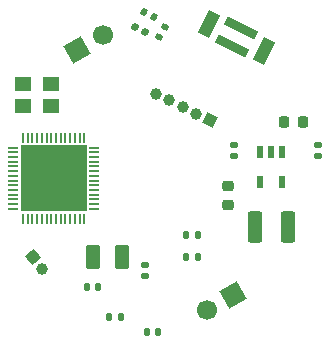
<source format=gbr>
%TF.GenerationSoftware,KiCad,Pcbnew,7.0.5-0*%
%TF.CreationDate,2023-09-08T15:05:08-04:00*%
%TF.ProjectId,rodentdbs,726f6465-6e74-4646-9273-2e6b69636164,rev?*%
%TF.SameCoordinates,Original*%
%TF.FileFunction,Soldermask,Top*%
%TF.FilePolarity,Negative*%
%FSLAX46Y46*%
G04 Gerber Fmt 4.6, Leading zero omitted, Abs format (unit mm)*
G04 Created by KiCad (PCBNEW 7.0.5-0) date 2023-09-08 15:05:08*
%MOMM*%
%LPD*%
G01*
G04 APERTURE LIST*
G04 Aperture macros list*
%AMRoundRect*
0 Rectangle with rounded corners*
0 $1 Rounding radius*
0 $2 $3 $4 $5 $6 $7 $8 $9 X,Y pos of 4 corners*
0 Add a 4 corners polygon primitive as box body*
4,1,4,$2,$3,$4,$5,$6,$7,$8,$9,$2,$3,0*
0 Add four circle primitives for the rounded corners*
1,1,$1+$1,$2,$3*
1,1,$1+$1,$4,$5*
1,1,$1+$1,$6,$7*
1,1,$1+$1,$8,$9*
0 Add four rect primitives between the rounded corners*
20,1,$1+$1,$2,$3,$4,$5,0*
20,1,$1+$1,$4,$5,$6,$7,0*
20,1,$1+$1,$6,$7,$8,$9,0*
20,1,$1+$1,$8,$9,$2,$3,0*%
%AMHorizOval*
0 Thick line with rounded ends*
0 $1 width*
0 $2 $3 position (X,Y) of the first rounded end (center of the circle)*
0 $4 $5 position (X,Y) of the second rounded end (center of the circle)*
0 Add line between two ends*
20,1,$1,$2,$3,$4,$5,0*
0 Add two circle primitives to create the rounded ends*
1,1,$1,$2,$3*
1,1,$1,$4,$5*%
%AMRotRect*
0 Rectangle, with rotation*
0 The origin of the aperture is its center*
0 $1 length*
0 $2 width*
0 $3 Rotation angle, in degrees counterclockwise*
0 Add horizontal line*
21,1,$1,$2,0,0,$3*%
G04 Aperture macros list end*
%ADD10R,0.550000X1.050000*%
%ADD11RotRect,1.000000X1.000000X243.440000*%
%ADD12HorizOval,1.000000X0.000000X0.000000X0.000000X0.000000X0*%
%ADD13RotRect,1.000000X1.000000X40.000000*%
%ADD14HorizOval,1.000000X0.000000X0.000000X0.000000X0.000000X0*%
%ADD15RotRect,1.700000X1.700000X300.000000*%
%ADD16HorizOval,1.700000X0.000000X0.000000X0.000000X0.000000X0*%
%ADD17RoundRect,0.250000X-0.375000X-1.075000X0.375000X-1.075000X0.375000X1.075000X-0.375000X1.075000X0*%
%ADD18RoundRect,0.140000X0.170000X-0.140000X0.170000X0.140000X-0.170000X0.140000X-0.170000X-0.140000X0*%
%ADD19RoundRect,0.225000X0.225000X0.250000X-0.225000X0.250000X-0.225000X-0.250000X0.225000X-0.250000X0*%
%ADD20RotRect,1.700000X1.700000X120.000000*%
%ADD21HorizOval,1.700000X0.000000X0.000000X0.000000X0.000000X0*%
%ADD22RoundRect,0.225000X-0.250000X0.225000X-0.250000X-0.225000X0.250000X-0.225000X0.250000X0.225000X0*%
%ADD23RoundRect,0.147500X-0.147500X-0.172500X0.147500X-0.172500X0.147500X0.172500X-0.147500X0.172500X0*%
%ADD24RoundRect,0.147500X0.209080X0.088307X-0.054765X0.220257X-0.209080X-0.088307X0.054765X-0.220257X0*%
%ADD25RoundRect,0.147500X0.147500X0.172500X-0.147500X0.172500X-0.147500X-0.172500X0.147500X-0.172500X0*%
%ADD26RoundRect,0.140000X-0.201254X-0.089425X0.049175X-0.214667X0.201254X0.089425X-0.049175X0.214667X0*%
%ADD27RoundRect,0.140000X0.089425X-0.201254X0.214667X0.049175X-0.089425X0.201254X-0.214667X-0.049175X0*%
%ADD28RoundRect,0.140000X-0.140000X-0.170000X0.140000X-0.170000X0.140000X0.170000X-0.140000X0.170000X0*%
%ADD29RoundRect,0.140000X-0.170000X0.140000X-0.170000X-0.140000X0.170000X-0.140000X0.170000X0.140000X0*%
%ADD30RoundRect,0.038100X-0.650000X-0.550000X0.650000X-0.550000X0.650000X0.550000X-0.650000X0.550000X0*%
%ADD31RoundRect,0.038100X-0.550000X-0.950000X0.550000X-0.950000X0.550000X0.950000X-0.550000X0.950000X0*%
%ADD32RoundRect,0.050000X0.387500X0.050000X-0.387500X0.050000X-0.387500X-0.050000X0.387500X-0.050000X0*%
%ADD33RoundRect,0.050000X0.050000X0.387500X-0.050000X0.387500X-0.050000X-0.387500X0.050000X-0.387500X0*%
%ADD34R,5.600000X5.600000*%
%ADD35RoundRect,0.038100X-0.894368X-0.670899X0.000099X-1.118034X0.894368X0.670899X-0.000099X1.118034X0*%
%ADD36RoundRect,0.038100X-1.408750X0.312925X1.095756X-0.939052X1.408750X-0.312925X-1.095756X0.939052X0*%
G04 APERTURE END LIST*
D10*
%TO.C,IC1*%
X156375000Y-125770000D03*
X155425000Y-125770000D03*
X154475000Y-125770000D03*
X154475000Y-128270000D03*
X156375000Y-128270000D03*
%TD*%
D11*
%TO.C,J6*%
X150235890Y-123060193D03*
D12*
X149099917Y-122492332D03*
X147963945Y-121924471D03*
X146827972Y-121356610D03*
X145692000Y-120788749D03*
%TD*%
D13*
%TO.C,J2*%
X135255000Y-134620000D03*
D14*
X136071340Y-135592876D03*
%TD*%
D15*
%TO.C,J3*%
X152229852Y-137795000D03*
D16*
X150030148Y-139065000D03*
%TD*%
D17*
%TO.C,L1*%
X154045000Y-132080000D03*
X156845000Y-132080000D03*
%TD*%
D18*
%TO.C,C16*%
X152270000Y-126070000D03*
X152270000Y-125110000D03*
%TD*%
D19*
%TO.C,C13*%
X158115000Y-123190000D03*
X156565000Y-123190000D03*
%TD*%
D20*
%TO.C,J4*%
X138972122Y-117103026D03*
D21*
X141171826Y-115833026D03*
%TD*%
D22*
%TO.C,C17*%
X151765000Y-128625000D03*
X151765000Y-130175000D03*
%TD*%
D18*
%TO.C,C7*%
X159385000Y-125095000D03*
X159385000Y-126055000D03*
%TD*%
D23*
%TO.C,FB2*%
X149225000Y-132715000D03*
X148255000Y-132715000D03*
%TD*%
%TO.C,FB1*%
X149225000Y-134620000D03*
X148255000Y-134620000D03*
%TD*%
D24*
%TO.C,L2*%
X143912444Y-115136128D03*
X144780000Y-115570000D03*
%TD*%
D25*
%TO.C,D2*%
X144930000Y-140970000D03*
X145900000Y-140970000D03*
%TD*%
%TO.C,D1*%
X142725000Y-139700000D03*
X141755000Y-139700000D03*
%TD*%
D26*
%TO.C,C15*%
X145504287Y-114300000D03*
X144645673Y-113870600D03*
%TD*%
D27*
%TO.C,C14*%
X145990300Y-115999307D03*
X146419700Y-115140693D03*
%TD*%
D28*
%TO.C,C11*%
X139855000Y-137160000D03*
X140815000Y-137160000D03*
%TD*%
D29*
%TO.C,C10*%
X144780000Y-135255000D03*
X144780000Y-136215000D03*
%TD*%
D30*
%TO.C,Y2*%
X134466724Y-120012381D03*
X136766724Y-120012381D03*
X136766724Y-121812381D03*
X134466724Y-121812381D03*
%TD*%
D31*
%TO.C,Y1*%
X142835000Y-134620000D03*
X140335000Y-134620000D03*
%TD*%
D32*
%TO.C,U2*%
X140467500Y-130550000D03*
X140467500Y-130150000D03*
X140467500Y-129750000D03*
X140467500Y-129350000D03*
X140467500Y-128950000D03*
X140467500Y-128550000D03*
X140467500Y-128150000D03*
X140467500Y-127750000D03*
X140467500Y-127350000D03*
X140467500Y-126950000D03*
X140467500Y-126550000D03*
X140467500Y-126150000D03*
X140467500Y-125750000D03*
X140467500Y-125350000D03*
D33*
X139630000Y-124512500D03*
X139230000Y-124512500D03*
X138830000Y-124512500D03*
X138430000Y-124512500D03*
X138030000Y-124512500D03*
X137630000Y-124512500D03*
X137230000Y-124512500D03*
X136830000Y-124512500D03*
X136430000Y-124512500D03*
X136030000Y-124512500D03*
X135630000Y-124512500D03*
X135230000Y-124512500D03*
X134830000Y-124512500D03*
X134430000Y-124512500D03*
D32*
X133592500Y-125350000D03*
X133592500Y-125750000D03*
X133592500Y-126150000D03*
X133592500Y-126550000D03*
X133592500Y-126950000D03*
X133592500Y-127350000D03*
X133592500Y-127750000D03*
X133592500Y-128150000D03*
X133592500Y-128550000D03*
X133592500Y-128950000D03*
X133592500Y-129350000D03*
X133592500Y-129750000D03*
X133592500Y-130150000D03*
X133592500Y-130550000D03*
D33*
X134430000Y-131387500D03*
X134830000Y-131387500D03*
X135230000Y-131387500D03*
X135630000Y-131387500D03*
X136030000Y-131387500D03*
X136430000Y-131387500D03*
X136830000Y-131387500D03*
X137230000Y-131387500D03*
X137630000Y-131387500D03*
X138030000Y-131387500D03*
X138430000Y-131387500D03*
X138830000Y-131387500D03*
X139230000Y-131387500D03*
X139630000Y-131387500D03*
D34*
X137030000Y-127950000D03*
%TD*%
D35*
%TO.C,AE1*%
X150209669Y-114870170D03*
X154860895Y-117195270D03*
D36*
X152155217Y-116793017D03*
X152915347Y-115272423D03*
%TD*%
M02*

</source>
